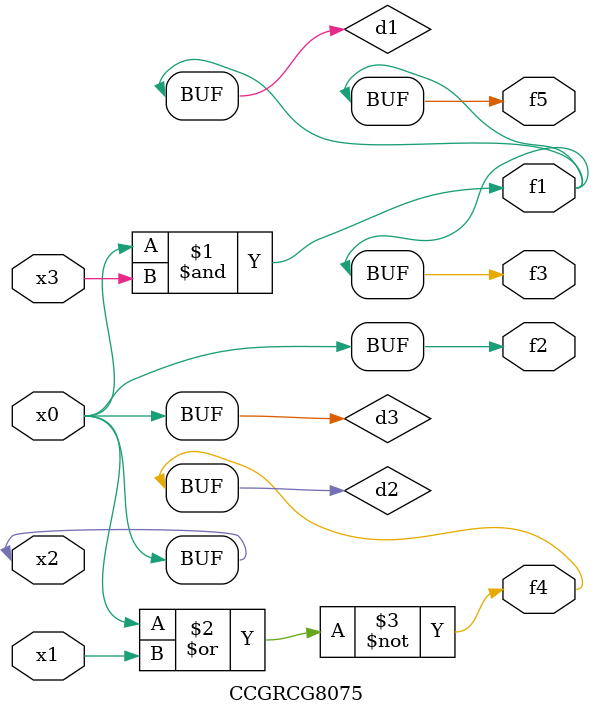
<source format=v>
module CCGRCG8075(
	input x0, x1, x2, x3,
	output f1, f2, f3, f4, f5
);

	wire d1, d2, d3;

	and (d1, x2, x3);
	nor (d2, x0, x1);
	buf (d3, x0, x2);
	assign f1 = d1;
	assign f2 = d3;
	assign f3 = d1;
	assign f4 = d2;
	assign f5 = d1;
endmodule

</source>
